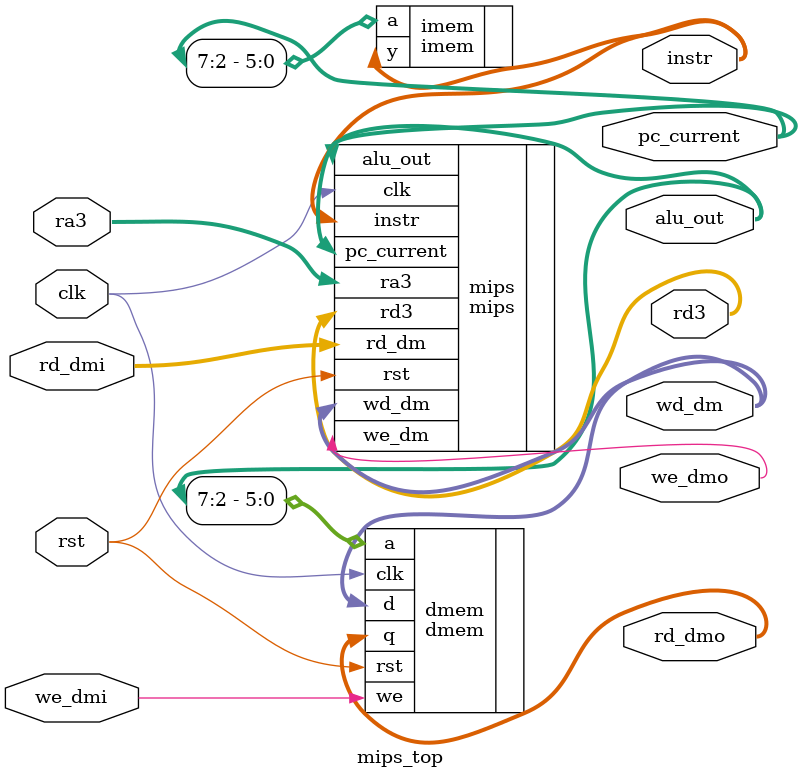
<source format=v>
module mips_top (
    input wire        clk,
    input wire        rst,
    input wire [ 4:0] ra3,
    input wire [31:0] rd_dmi,
    input wire        we_dmi,

    output wire [31:0] rd3,
    output wire [31:0] pc_current,
    output wire [31:0] instr,
    output wire [31:0] alu_out,
    output wire [31:0] wd_dm,
    output wire        we_dmo,
    output wire [31:0] rd_dmo
);

  wire [31:0] DONT_USE;

  mips mips (
      .clk       (clk),
      .rst       (rst),
      .ra3       (ra3),
      .pc_current(pc_current),
      .instr     (instr),
      .alu_out   (alu_out),
      .wd_dm     (wd_dm),
      .we_dm     (we_dmo),
      .rd_dm     (rd_dmi),
      .rd3       (rd3)
  );

  imem imem (
      .a(pc_current[7:2]),
      .y(instr)
  );

  dmem dmem (
      .clk(clk),
      .rst(rst),
      .we (we_dmi),
      .a  (alu_out[7:2]),
      .d  (wd_dm),
      .q  (rd_dmo)
  );

endmodule


</source>
